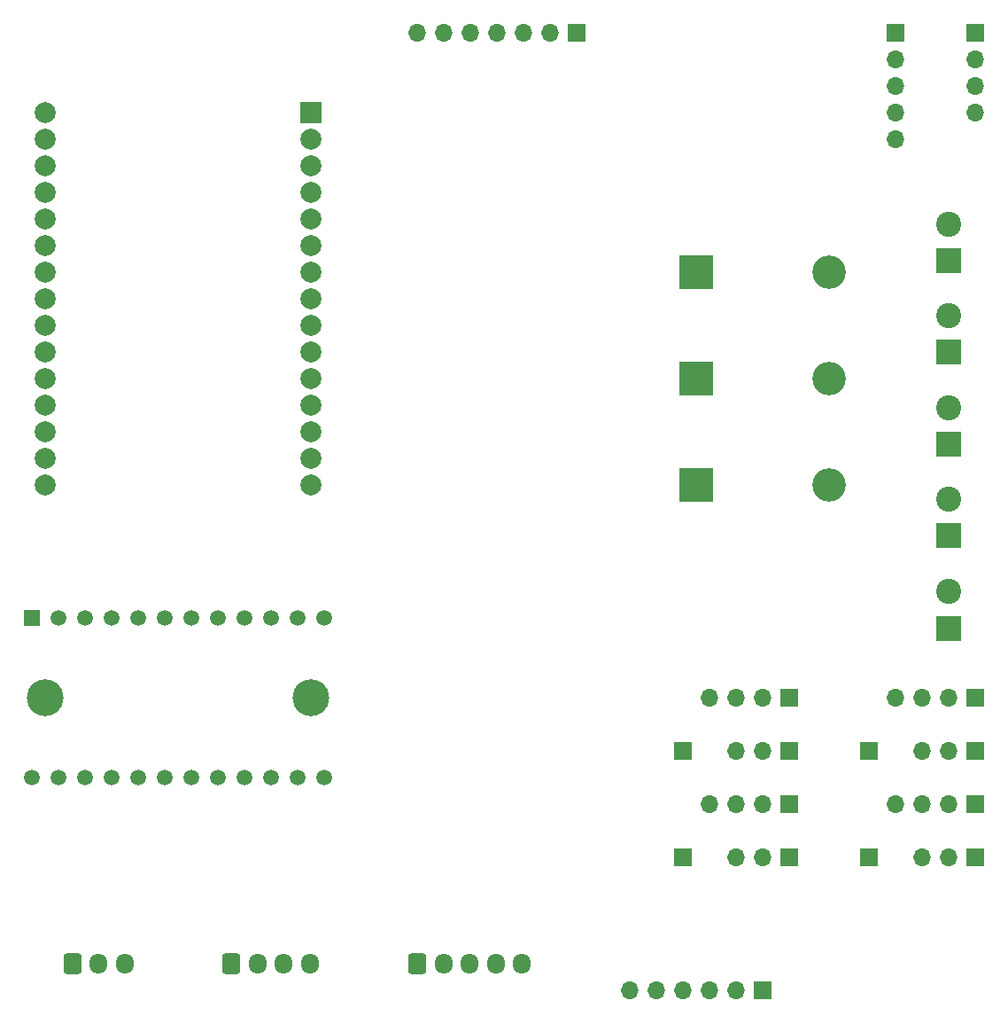
<source format=gbr>
%TF.GenerationSoftware,KiCad,Pcbnew,8.0.3*%
%TF.CreationDate,2024-07-01T16:31:59+02:00*%
%TF.ProjectId,weerstation-main,77656572-7374-4617-9469-6f6e2d6d6169,rev?*%
%TF.SameCoordinates,Original*%
%TF.FileFunction,Copper,L2,Bot*%
%TF.FilePolarity,Positive*%
%FSLAX46Y46*%
G04 Gerber Fmt 4.6, Leading zero omitted, Abs format (unit mm)*
G04 Created by KiCad (PCBNEW 8.0.3) date 2024-07-01 16:31:59*
%MOMM*%
%LPD*%
G01*
G04 APERTURE LIST*
G04 Aperture macros list*
%AMRoundRect*
0 Rectangle with rounded corners*
0 $1 Rounding radius*
0 $2 $3 $4 $5 $6 $7 $8 $9 X,Y pos of 4 corners*
0 Add a 4 corners polygon primitive as box body*
4,1,4,$2,$3,$4,$5,$6,$7,$8,$9,$2,$3,0*
0 Add four circle primitives for the rounded corners*
1,1,$1+$1,$2,$3*
1,1,$1+$1,$4,$5*
1,1,$1+$1,$6,$7*
1,1,$1+$1,$8,$9*
0 Add four rect primitives between the rounded corners*
20,1,$1+$1,$2,$3,$4,$5,0*
20,1,$1+$1,$4,$5,$6,$7,0*
20,1,$1+$1,$6,$7,$8,$9,0*
20,1,$1+$1,$8,$9,$2,$3,0*%
G04 Aperture macros list end*
%TA.AperFunction,ComponentPad*%
%ADD10R,1.700000X1.700000*%
%TD*%
%TA.AperFunction,ComponentPad*%
%ADD11O,1.700000X1.700000*%
%TD*%
%TA.AperFunction,ComponentPad*%
%ADD12RoundRect,0.250000X-0.600000X-0.725000X0.600000X-0.725000X0.600000X0.725000X-0.600000X0.725000X0*%
%TD*%
%TA.AperFunction,ComponentPad*%
%ADD13O,1.700000X1.950000*%
%TD*%
%TA.AperFunction,ComponentPad*%
%ADD14R,3.200000X3.200000*%
%TD*%
%TA.AperFunction,ComponentPad*%
%ADD15O,3.200000X3.200000*%
%TD*%
%TA.AperFunction,ComponentPad*%
%ADD16R,2.400000X2.400000*%
%TD*%
%TA.AperFunction,ComponentPad*%
%ADD17C,2.400000*%
%TD*%
%TA.AperFunction,ComponentPad*%
%ADD18R,1.508000X1.508000*%
%TD*%
%TA.AperFunction,ComponentPad*%
%ADD19C,1.508000*%
%TD*%
%TA.AperFunction,ComponentPad*%
%ADD20C,3.516000*%
%TD*%
%TA.AperFunction,ComponentPad*%
%ADD21R,2.000000X2.000000*%
%TD*%
%TA.AperFunction,ComponentPad*%
%ADD22C,2.000000*%
%TD*%
G04 APERTURE END LIST*
D10*
%TO.P,J24,1,Pin_1*%
%TO.N,sda*%
X101600000Y-17780000D03*
D11*
%TO.P,J24,2,Pin_2*%
%TO.N,scl*%
X101600000Y-20320000D03*
%TO.P,J24,3,Pin_3*%
%TO.N,GND*%
X101600000Y-22860000D03*
%TO.P,J24,4,Pin_4*%
%TO.N,unconnected-(J24-Pin_4-Pad4)*%
X101600000Y-25400000D03*
%TO.P,J24,5,Pin_5*%
%TO.N,+3.3V*%
X101600000Y-27940000D03*
%TD*%
D10*
%TO.P,J23,1,Pin_1*%
%TO.N,+3.3V*%
X109220000Y-17780000D03*
D11*
%TO.P,J23,2,Pin_2*%
%TO.N,sda*%
X109220000Y-20320000D03*
%TO.P,J23,3,Pin_3*%
%TO.N,scl*%
X109220000Y-22860000D03*
%TO.P,J23,4,Pin_4*%
%TO.N,GND*%
X109220000Y-25400000D03*
%TD*%
D10*
%TO.P,J20,1,Pin_1*%
%TO.N,GND*%
X91440000Y-86360000D03*
D11*
%TO.P,J20,2,Pin_2*%
%TO.N,unconnected-(J20-Pin_2-Pad2)*%
X88900000Y-86360000D03*
%TO.P,J20,3,Pin_3*%
%TO.N,+3.3V*%
X86360000Y-86360000D03*
%TD*%
D10*
%TO.P,J19,1,Pin_1*%
%TO.N,Net-(J18-Pin_1)*%
X81280000Y-86360000D03*
%TD*%
%TO.P,J21,1,Pin_1*%
%TO.N,Net-(J21-Pin_1)*%
X91440000Y-81280000D03*
D11*
%TO.P,J21,2,Pin_2*%
%TO.N,Net-(J21-Pin_2)*%
X88900000Y-81280000D03*
%TO.P,J21,3,Pin_3*%
%TO.N,Net-(J21-Pin_3)*%
X86360000Y-81280000D03*
%TO.P,J21,4,Pin_4*%
%TO.N,GND*%
X83820000Y-81280000D03*
%TD*%
D10*
%TO.P,J17,1,Pin_1*%
%TO.N,GND*%
X91440000Y-96520000D03*
D11*
%TO.P,J17,2,Pin_2*%
%TO.N,unconnected-(J17-Pin_2-Pad2)*%
X88900000Y-96520000D03*
%TO.P,J17,3,Pin_3*%
%TO.N,+3.3V*%
X86360000Y-96520000D03*
%TD*%
D10*
%TO.P,J18,1,Pin_1*%
%TO.N,Net-(J18-Pin_1)*%
X91440000Y-91440000D03*
D11*
%TO.P,J18,2,Pin_2*%
%TO.N,Net-(J18-Pin_2)*%
X88900000Y-91440000D03*
%TO.P,J18,3,Pin_3*%
%TO.N,Net-(J18-Pin_3)*%
X86360000Y-91440000D03*
%TO.P,J18,4,Pin_4*%
%TO.N,GND*%
X83820000Y-91440000D03*
%TD*%
D10*
%TO.P,J22,1,Pin_1*%
%TO.N,Net-(J21-Pin_1)*%
X81280000Y-96520000D03*
%TD*%
%TO.P,J15,1,Pin_1*%
%TO.N,Net-(J14-Pin_1)*%
X99060000Y-96520000D03*
%TD*%
%TO.P,J14,1,Pin_1*%
%TO.N,Net-(J14-Pin_1)*%
X109220000Y-91440000D03*
D11*
%TO.P,J14,2,Pin_2*%
%TO.N,Net-(J14-Pin_2)*%
X106680000Y-91440000D03*
%TO.P,J14,3,Pin_3*%
%TO.N,Net-(J14-Pin_3)*%
X104140000Y-91440000D03*
%TO.P,J14,4,Pin_4*%
%TO.N,GND*%
X101600000Y-91440000D03*
%TD*%
%TO.P,J13,3,Pin_3*%
%TO.N,+3.3V*%
X104140000Y-96520000D03*
%TO.P,J13,2,Pin_2*%
%TO.N,unconnected-(J13-Pin_2-Pad2)*%
X106680000Y-96520000D03*
D10*
%TO.P,J13,1,Pin_1*%
%TO.N,GND*%
X109220000Y-96520000D03*
%TD*%
%TO.P,J12,1,Pin_1*%
%TO.N,Net-(J11-Pin_1)*%
X99060000Y-86360000D03*
%TD*%
%TO.P,J11,1,Pin_1*%
%TO.N,Net-(J11-Pin_1)*%
X109220000Y-81280000D03*
D11*
%TO.P,J11,2,Pin_2*%
%TO.N,Net-(J11-Pin_2)*%
X106680000Y-81280000D03*
%TO.P,J11,3,Pin_3*%
%TO.N,Net-(J11-Pin_3)*%
X104140000Y-81280000D03*
%TO.P,J11,4,Pin_4*%
%TO.N,GND*%
X101600000Y-81280000D03*
%TD*%
D10*
%TO.P,J6,1,Pin_1*%
%TO.N,GND*%
X109220000Y-86360000D03*
D11*
%TO.P,J6,2,Pin_2*%
%TO.N,unconnected-(J6-Pin_2-Pad2)*%
X106680000Y-86360000D03*
%TO.P,J6,3,Pin_3*%
%TO.N,+3.3V*%
X104140000Y-86360000D03*
%TD*%
D12*
%TO.P,J2,1,Pin_1*%
%TO.N,regen-digitaal*%
X55880000Y-106680000D03*
D13*
%TO.P,J2,2,Pin_2*%
%TO.N,ADC4 alert*%
X58380000Y-106680000D03*
%TO.P,J2,3,Pin_3*%
%TO.N,ADC3 alert*%
X60880000Y-106680000D03*
%TO.P,J2,4,Pin_4*%
%TO.N,ADC2 alert*%
X63380000Y-106680000D03*
%TO.P,J2,5,Pin_5*%
%TO.N,ADC1 alert*%
X65880000Y-106680000D03*
%TD*%
D14*
%TO.P,D2,1,K*%
%TO.N,Net-(D2-K)*%
X82550000Y-50800000D03*
D15*
%TO.P,D2,2,A*%
%TO.N,Net-(D1-K)*%
X95250000Y-50800000D03*
%TD*%
D10*
%TO.P,J4,1,Pin_1*%
%TO.N,unconnected-(J4-Pin_1-Pad1)*%
X88900000Y-109220000D03*
D11*
%TO.P,J4,2,Pin_2*%
%TO.N,unconnected-(J4-Pin_2-Pad2)*%
X86360000Y-109220000D03*
%TO.P,J4,3,Pin_3*%
%TO.N,sda*%
X83820000Y-109220000D03*
%TO.P,J4,4,Pin_4*%
%TO.N,scl*%
X81280000Y-109220000D03*
%TO.P,J4,5,Pin_5*%
%TO.N,GND*%
X78740000Y-109220000D03*
%TO.P,J4,6,Pin_6*%
%TO.N,+3.3V*%
X76200000Y-109220000D03*
%TD*%
D16*
%TO.P,J9,1,Pin_1*%
%TO.N,Net-(D3-A)*%
X106660314Y-57017180D03*
D17*
%TO.P,J9,2,Pin_2*%
%TO.N,GND*%
X106660314Y-53517180D03*
%TD*%
D14*
%TO.P,D3,1,K*%
%TO.N,Net-(D2-K)*%
X82550000Y-60960000D03*
D15*
%TO.P,D3,2,A*%
%TO.N,Net-(D3-A)*%
X95250000Y-60960000D03*
%TD*%
D12*
%TO.P,J3,1,Pin_1*%
%TO.N,+12L*%
X38100000Y-106680000D03*
D13*
%TO.P,J3,2,Pin_2*%
%TO.N,+5V*%
X40600000Y-106680000D03*
%TO.P,J3,3,Pin_3*%
%TO.N,+3.3V*%
X43100000Y-106680000D03*
%TO.P,J3,4,Pin_4*%
%TO.N,GND*%
X45600000Y-106680000D03*
%TD*%
D16*
%TO.P,J10,1,Pin_1*%
%TO.N,Net-(D2-K)*%
X106680000Y-65776390D03*
D17*
%TO.P,J10,2,Pin_2*%
%TO.N,GND*%
X106680000Y-62276390D03*
%TD*%
D10*
%TO.P,J1,1,Pin_1*%
%TO.N,tx0*%
X71120000Y-17780000D03*
D11*
%TO.P,J1,2,Pin_2*%
%TO.N,rx0*%
X68580000Y-17780000D03*
%TO.P,J1,3,Pin_3*%
%TO.N,GND*%
X66040000Y-17780000D03*
%TO.P,J1,4,Pin_4*%
%TO.N,2.5um*%
X63500000Y-17780000D03*
%TO.P,J1,5,Pin_5*%
%TO.N,+5V*%
X60960000Y-17780000D03*
%TO.P,J1,6,Pin_6*%
%TO.N,1um*%
X58420000Y-17780000D03*
%TO.P,J1,7,Pin_7*%
%TO.N,unconnected-(J1-Pin_7-Pad7)*%
X55880000Y-17780000D03*
%TD*%
D18*
%TO.P,U3,1,VIN*%
%TO.N,+3.3V*%
X19050000Y-73660000D03*
D19*
%TO.P,U3,2,GND*%
%TO.N,GND*%
X21590000Y-73660000D03*
%TO.P,U3,3,SDA*%
%TO.N,sda*%
X24130000Y-73660000D03*
%TO.P,U3,4,SCL*%
%TO.N,scl*%
X26670000Y-73660000D03*
%TO.P,U3,5,RST*%
%TO.N,Net-(U1-D34)*%
X29210000Y-73660000D03*
%TO.P,U3,6,A0*%
%TO.N,GND*%
X31750000Y-73660000D03*
%TO.P,U3,7,A1*%
X34290000Y-73660000D03*
%TO.P,U3,8,A2*%
X36830000Y-73660000D03*
%TO.P,U3,9,SDA0*%
%TO.N,Net-(J11-Pin_2)*%
X39370000Y-73660000D03*
%TO.P,U3,10,SCL0*%
%TO.N,Net-(J11-Pin_3)*%
X41910000Y-73660000D03*
%TO.P,U3,11,SDA1*%
%TO.N,Net-(J14-Pin_2)*%
X44450000Y-73660000D03*
%TO.P,U3,12,SCL1*%
%TO.N,Net-(J14-Pin_3)*%
X46990000Y-73660000D03*
%TO.P,U3,13,SDA2*%
%TO.N,Net-(J18-Pin_2)*%
X46990000Y-88900000D03*
%TO.P,U3,14,SCL2*%
%TO.N,Net-(J18-Pin_3)*%
X44450000Y-88900000D03*
%TO.P,U3,15,SDA3*%
%TO.N,Net-(J21-Pin_2)*%
X41910000Y-88900000D03*
%TO.P,U3,16,SCL3*%
%TO.N,Net-(J21-Pin_3)*%
X39370000Y-88900000D03*
%TO.P,U3,17,SDA4*%
%TO.N,unconnected-(U3-SDA4-Pad17)*%
X36830000Y-88900000D03*
%TO.P,U3,18,SCL4*%
%TO.N,unconnected-(U3-SCL4-Pad18)*%
X34290000Y-88900000D03*
%TO.P,U3,19,SDA5*%
%TO.N,unconnected-(U3-SDA5-Pad19)*%
X31750000Y-88900000D03*
%TO.P,U3,20,SCL5*%
%TO.N,unconnected-(U3-SCL5-Pad20)*%
X29210000Y-88900000D03*
%TO.P,U3,21,SDA6*%
%TO.N,unconnected-(U3-SDA6-Pad21)*%
X26670000Y-88900000D03*
%TO.P,U3,22,SCL6*%
%TO.N,unconnected-(U3-SCL6-Pad22)*%
X24130000Y-88900000D03*
%TO.P,U3,23,SDA7*%
%TO.N,unconnected-(U3-SDA7-Pad23)*%
X21590000Y-88900000D03*
%TO.P,U3,24,SCL7*%
%TO.N,unconnected-(U3-SCL7-Pad24)*%
X19050000Y-88900000D03*
D20*
%TO.P,U3,P1*%
%TO.N,N/C*%
X20320000Y-81280000D03*
%TO.P,U3,P2*%
X45720000Y-81280000D03*
%TD*%
D14*
%TO.P,D1,1,K*%
%TO.N,Net-(D1-K)*%
X82550000Y-40640000D03*
D15*
%TO.P,D1,2,A*%
%TO.N,Net-(D1-A)*%
X95250000Y-40640000D03*
%TD*%
D12*
%TO.P,J16,1,Pin_1*%
%TO.N,GND*%
X22940000Y-106680000D03*
D13*
%TO.P,J16,2,Pin_2*%
%TO.N,scl*%
X25440000Y-106680000D03*
%TO.P,J16,3,Pin_3*%
%TO.N,sda*%
X27940000Y-106680000D03*
%TD*%
D16*
%TO.P,J8,1,Pin_1*%
%TO.N,Net-(D1-K)*%
X106680000Y-48260000D03*
D17*
%TO.P,J8,2,Pin_2*%
%TO.N,GND*%
X106680000Y-44760000D03*
%TD*%
D16*
%TO.P,J5,1,Pin_1*%
%TO.N,Net-(D2-K)*%
X106680000Y-74620000D03*
D17*
%TO.P,J5,2,Pin_2*%
%TO.N,+12L*%
X106680000Y-71120000D03*
%TD*%
D21*
%TO.P,U1,1,3V3*%
%TO.N,+3.3V*%
X45720000Y-25400000D03*
D22*
%TO.P,U1,2,GND*%
%TO.N,GND*%
X45720000Y-27940000D03*
%TO.P,U1,3,D15*%
%TO.N,unconnected-(U1-D15-Pad3)*%
X45720000Y-30480000D03*
%TO.P,U1,4,D2*%
%TO.N,unconnected-(U1-D2-Pad4)*%
X45720000Y-33020000D03*
%TO.P,U1,5,D4*%
%TO.N,unconnected-(U1-D4-Pad5)*%
X45720000Y-35560000D03*
%TO.P,U1,6,RX2*%
%TO.N,unconnected-(U1-RX2-Pad6)*%
X45720000Y-38100000D03*
%TO.P,U1,7,TX2*%
%TO.N,unconnected-(U1-TX2-Pad7)*%
X45720000Y-40640000D03*
%TO.P,U1,8,D5*%
%TO.N,unconnected-(U1-D5-Pad8)*%
X45720000Y-43180000D03*
%TO.P,U1,9,D18*%
%TO.N,unconnected-(U1-D18-Pad9)*%
X45720000Y-45720000D03*
%TO.P,U1,10,D19*%
%TO.N,unconnected-(U1-D19-Pad10)*%
X45720000Y-48260000D03*
%TO.P,U1,11,D21*%
%TO.N,sda*%
X45720000Y-50800000D03*
%TO.P,U1,12,RX0*%
%TO.N,tx0*%
X45720000Y-53340000D03*
%TO.P,U1,13,TX0*%
%TO.N,rx0*%
X45720000Y-55880000D03*
%TO.P,U1,14,D22*%
%TO.N,scl*%
X45720000Y-58420000D03*
%TO.P,U1,15,D23*%
%TO.N,unconnected-(U1-D23-Pad15)*%
X45720000Y-60960000D03*
%TO.P,U1,16,EN*%
%TO.N,unconnected-(U1-EN-Pad16)*%
X20320000Y-60960000D03*
%TO.P,U1,17,VP*%
%TO.N,unconnected-(U1-VP-Pad17)*%
X20320000Y-58420000D03*
%TO.P,U1,18,VN*%
%TO.N,unconnected-(U1-VN-Pad18)*%
X20320000Y-55880000D03*
%TO.P,U1,19,D34*%
%TO.N,Net-(U1-D34)*%
X20320000Y-53340000D03*
%TO.P,U1,20,D35*%
%TO.N,unconnected-(U1-D35-Pad20)*%
X20320000Y-50800000D03*
%TO.P,U1,21,D32*%
%TO.N,unconnected-(U1-D32-Pad21)*%
X20320000Y-48260000D03*
%TO.P,U1,22,D33*%
%TO.N,unconnected-(U1-D33-Pad22)*%
X20320000Y-45720000D03*
%TO.P,U1,23,D25*%
%TO.N,unconnected-(U1-D25-Pad23)*%
X20320000Y-43180000D03*
%TO.P,U1,24,D26*%
%TO.N,unconnected-(U1-D26-Pad24)*%
X20320000Y-40640000D03*
%TO.P,U1,25,D27*%
%TO.N,unconnected-(U1-D27-Pad25)*%
X20320000Y-38100000D03*
%TO.P,U1,26,D14*%
%TO.N,unconnected-(U1-D14-Pad26)*%
X20320000Y-35560000D03*
%TO.P,U1,27,D12*%
%TO.N,unconnected-(U1-D12-Pad27)*%
X20320000Y-33020000D03*
%TO.P,U1,28,D13*%
%TO.N,unconnected-(U1-D13-Pad28)*%
X20320000Y-30480000D03*
%TO.P,U1,29,GND__1*%
%TO.N,GND*%
X20320000Y-27940000D03*
%TO.P,U1,30,VIN*%
%TO.N,unconnected-(U1-VIN-Pad30)*%
X20320000Y-25400000D03*
%TD*%
D16*
%TO.P,J7,1,Pin_1*%
%TO.N,Net-(D1-A)*%
X106680000Y-39537543D03*
D17*
%TO.P,J7,2,Pin_2*%
%TO.N,GND*%
X106680000Y-36037543D03*
%TD*%
M02*

</source>
